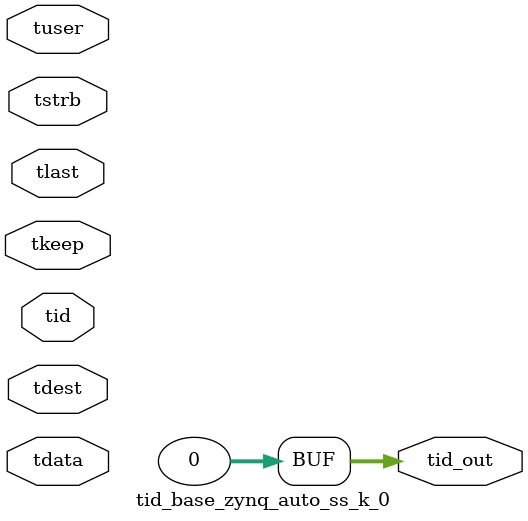
<source format=v>


`timescale 1ps/1ps

module tid_base_zynq_auto_ss_k_0 #
(
parameter C_S_AXIS_TID_WIDTH   = 1,
parameter C_S_AXIS_TUSER_WIDTH = 0,
parameter C_S_AXIS_TDATA_WIDTH = 0,
parameter C_S_AXIS_TDEST_WIDTH = 0,
parameter C_M_AXIS_TID_WIDTH   = 32
)
(
input  [(C_S_AXIS_TID_WIDTH   == 0 ? 1 : C_S_AXIS_TID_WIDTH)-1:0       ] tid,
input  [(C_S_AXIS_TDATA_WIDTH == 0 ? 1 : C_S_AXIS_TDATA_WIDTH)-1:0     ] tdata,
input  [(C_S_AXIS_TUSER_WIDTH == 0 ? 1 : C_S_AXIS_TUSER_WIDTH)-1:0     ] tuser,
input  [(C_S_AXIS_TDEST_WIDTH == 0 ? 1 : C_S_AXIS_TDEST_WIDTH)-1:0     ] tdest,
input  [(C_S_AXIS_TDATA_WIDTH/8)-1:0 ] tkeep,
input  [(C_S_AXIS_TDATA_WIDTH/8)-1:0 ] tstrb,
input                                                                    tlast,
output [(C_M_AXIS_TID_WIDTH   == 0 ? 1 : C_M_AXIS_TID_WIDTH)-1:0       ] tid_out
);

assign tid_out = {1'b0};

endmodule


</source>
